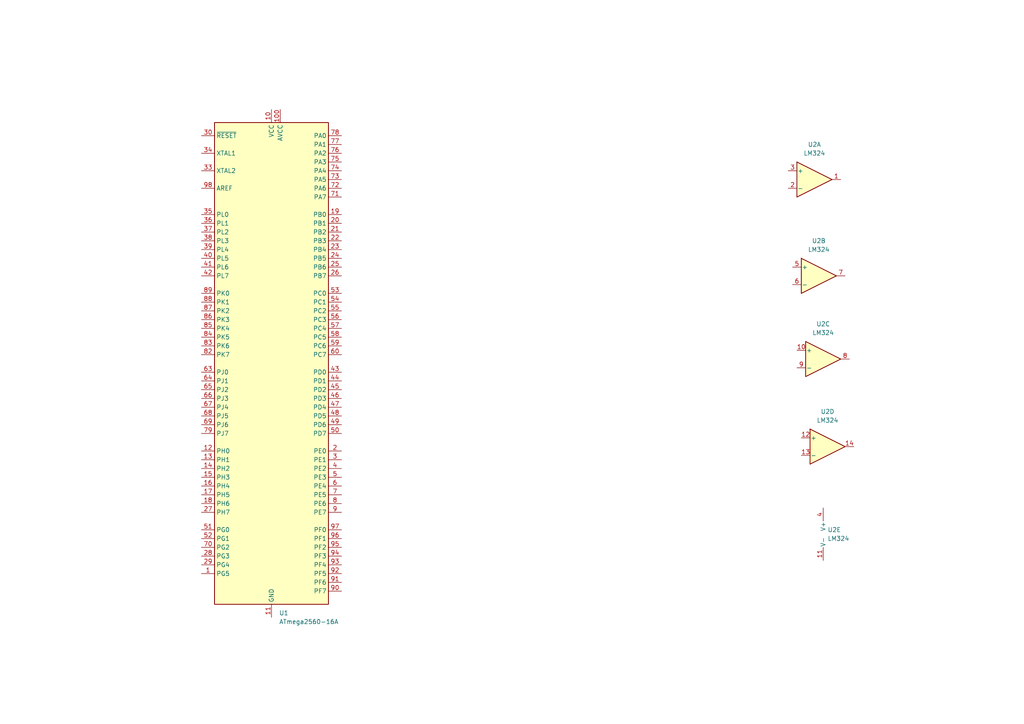
<source format=kicad_sch>
(kicad_sch (version 20230121) (generator eeschema)
  (paper "A4")
  (lib_symbols
    (symbol "Amplifier_Operational:LM324" (pin_names (offset 0.127))
      (property "Reference" "U" (at 0 5.08 0))
      (property "Value" "LM324" (at 0 -5.08 0))
      (symbol "LM324_1_1"
        (polyline (pts (xy -5.08 5.08) (xy 5.08 0) (xy -5.08 -5.08) (xy -5.08 5.08)) (stroke (width 0.254)) (fill (type background)))
        (pin output line (at 7.62 0 180) (length 2.54) (name "~") (number "1"))
        (pin input line (at -7.62 -2.54 0) (length 2.54) (name "-") (number "2"))
        (pin input line (at -7.62 2.54 0) (length 2.54) (name "+") (number "3"))
      )
      (symbol "LM324_2_1"
        (polyline (pts (xy -5.08 5.08) (xy 5.08 0) (xy -5.08 -5.08) (xy -5.08 5.08)) (stroke (width 0.254)) (fill (type background)))
        (pin input line (at -7.62 2.54 0) (length 2.54) (name "+") (number "5"))
        (pin input line (at -7.62 -2.54 0) (length 2.54) (name "-") (number "6"))
        (pin output line (at 7.62 0 180) (length 2.54) (name "~") (number "7"))
      )
      (symbol "LM324_3_1"
        (polyline (pts (xy -5.08 5.08) (xy 5.08 0) (xy -5.08 -5.08) (xy -5.08 5.08)) (stroke (width 0.254)) (fill (type background)))
        (pin input line (at -7.62 2.54 0) (length 2.54) (name "+") (number "10"))
        (pin output line (at 7.62 0 180) (length 2.54) (name "~") (number "8"))
        (pin input line (at -7.62 -2.54 0) (length 2.54) (name "-") (number "9"))
      )
      (symbol "LM324_4_1"
        (polyline (pts (xy -5.08 5.08) (xy 5.08 0) (xy -5.08 -5.08) (xy -5.08 5.08)) (stroke (width 0.254)) (fill (type background)))
        (pin input line (at -7.62 2.54 0) (length 2.54) (name "+") (number "12"))
        (pin input line (at -7.62 -2.54 0) (length 2.54) (name "-") (number "13"))
        (pin output line (at 7.62 0 180) (length 2.54) (name "~") (number "14"))
      )
      (symbol "LM324_5_1"
        (pin power_in line (at -2.54 -7.62 90) (length 3.81) (name "V-") (number "11"))
        (pin power_in line (at -2.54 7.62 270) (length 3.81) (name "V+") (number "4"))
      )
    )
    (symbol "MCU_Microchip_ATmega:ATmega2560-16A"
      (property "Reference" "U" (at 0 1.27 0))
      (property "Value" "ATmega2560-16A" (at 0 -1.27 0))
      (symbol "ATmega2560-16A_0_1"
        (rectangle (start -16.51 -69.85) (end 16.51 69.85) (stroke (width 0.254)) (fill (type background)))
      )
      (symbol "ATmega2560-16A_1_1"
        (pin bidirectional line (at -20.32 -60.96 0) (length 3.81) (name "PG5") (number "1"))
        (pin power_in line (at 0 73.66 270) (length 3.81) (name "VCC") (number "10"))
        (pin power_in line (at 2.54 73.66 270) (length 3.81) (name "AVCC") (number "100"))
        (pin power_in line (at 0 -73.66 90) (length 3.81) (name "GND") (number "11"))
        (pin bidirectional line (at -20.32 -25.4 0) (length 3.81) (name "PH0") (number "12"))
        (pin bidirectional line (at -20.32 -27.94 0) (length 3.81) (name "PH1") (number "13"))
        (pin bidirectional line (at -20.32 -30.48 0) (length 3.81) (name "PH2") (number "14"))
        (pin bidirectional line (at -20.32 -33.02 0) (length 3.81) (name "PH3") (number "15"))
        (pin bidirectional line (at -20.32 -35.56 0) (length 3.81) (name "PH4") (number "16"))
        (pin bidirectional line (at -20.32 -38.1 0) (length 3.81) (name "PH5") (number "17"))
        (pin bidirectional line (at -20.32 -40.64 0) (length 3.81) (name "PH6") (number "18"))
        (pin bidirectional line (at 20.32 43.18 180) (length 3.81) (name "PB0") (number "19"))
        (pin bidirectional line (at 20.32 -25.4 180) (length 3.81) (name "PE0") (number "2"))
        (pin bidirectional line (at 20.32 40.64 180) (length 3.81) (name "PB1") (number "20"))
        (pin bidirectional line (at 20.32 38.1 180) (length 3.81) (name "PB2") (number "21"))
        (pin bidirectional line (at 20.32 35.56 180) (length 3.81) (name "PB3") (number "22"))
        (pin bidirectional line (at 20.32 33.02 180) (length 3.81) (name "PB4") (number "23"))
        (pin bidirectional line (at 20.32 30.48 180) (length 3.81) (name "PB5") (number "24"))
        (pin bidirectional line (at 20.32 27.94 180) (length 3.81) (name "PB6") (number "25"))
        (pin bidirectional line (at 20.32 25.4 180) (length 3.81) (name "PB7") (number "26"))
        (pin bidirectional line (at -20.32 -43.18 0) (length 3.81) (name "PH7") (number "27"))
        (pin bidirectional line (at -20.32 -55.88 0) (length 3.81) (name "PG3") (number "28"))
        (pin bidirectional line (at -20.32 -58.42 0) (length 3.81) (name "PG4") (number "29"))
        (pin bidirectional line (at 20.32 -27.94 180) (length 3.81) (name "PE1") (number "3"))
        (pin input line (at -20.32 66.04 0) (length 3.81) (name "~{RESET}") (number "30"))
        (pin passive line (at 0 73.66 270) (length 3.81) hide (name "VCC") (number "31"))
        (pin passive line (at 0 -73.66 90) (length 3.81) hide (name "GND") (number "32"))
        (pin output line (at -20.32 55.88 0) (length 3.81) (name "XTAL2") (number "33"))
        (pin input line (at -20.32 60.96 0) (length 3.81) (name "XTAL1") (number "34"))
        (pin bidirectional line (at -20.32 43.18 0) (length 3.81) (name "PL0") (number "35"))
        (pin bidirectional line (at -20.32 40.64 0) (length 3.81) (name "PL1") (number "36"))
        (pin bidirectional line (at -20.32 38.1 0) (length 3.81) (name "PL2") (number "37"))
        (pin bidirectional line (at -20.32 35.56 0) (length 3.81) (name "PL3") (number "38"))
        (pin bidirectional line (at -20.32 33.02 0) (length 3.81) (name "PL4") (number "39"))
        (pin bidirectional line (at 20.32 -30.48 180) (length 3.81) (name "PE2") (number "4"))
        (pin bidirectional line (at -20.32 30.48 0) (length 3.81) (name "PL5") (number "40"))
        (pin bidirectional line (at -20.32 27.94 0) (length 3.81) (name "PL6") (number "41"))
        (pin bidirectional line (at -20.32 25.4 0) (length 3.81) (name "PL7") (number "42"))
        (pin bidirectional line (at 20.32 -2.54 180) (length 3.81) (name "PD0") (number "43"))
        (pin bidirectional line (at 20.32 -5.08 180) (length 3.81) (name "PD1") (number "44"))
        (pin bidirectional line (at 20.32 -7.62 180) (length 3.81) (name "PD2") (number "45"))
        (pin bidirectional line (at 20.32 -10.16 180) (length 3.81) (name "PD3") (number "46"))
        (pin bidirectional line (at 20.32 -12.7 180) (length 3.81) (name "PD4") (number "47"))
        (pin bidirectional line (at 20.32 -15.24 180) (length 3.81) (name "PD5") (number "48"))
        (pin bidirectional line (at 20.32 -17.78 180) (length 3.81) (name "PD6") (number "49"))
        (pin bidirectional line (at 20.32 -33.02 180) (length 3.81) (name "PE3") (number "5"))
        (pin bidirectional line (at 20.32 -20.32 180) (length 3.81) (name "PD7") (number "50"))
        (pin bidirectional line (at -20.32 -48.26 0) (length 3.81) (name "PG0") (number "51"))
        (pin bidirectional line (at -20.32 -50.8 0) (length 3.81) (name "PG1") (number "52"))
        (pin bidirectional line (at 20.32 20.32 180) (length 3.81) (name "PC0") (number "53"))
        (pin bidirectional line (at 20.32 17.78 180) (length 3.81) (name "PC1") (number "54"))
        (pin bidirectional line (at 20.32 15.24 180) (length 3.81) (name "PC2") (number "55"))
        (pin bidirectional line (at 20.32 12.7 180) (length 3.81) (name "PC3") (number "56"))
        (pin bidirectional line (at 20.32 10.16 180) (length 3.81) (name "PC4") (number "57"))
        (pin bidirectional line (at 20.32 7.62 180) (length 3.81) (name "PC5") (number "58"))
        (pin bidirectional line (at 20.32 5.08 180) (length 3.81) (name "PC6") (number "59"))
        (pin bidirectional line (at 20.32 -35.56 180) (length 3.81) (name "PE4") (number "6"))
        (pin bidirectional line (at 20.32 2.54 180) (length 3.81) (name "PC7") (number "60"))
        (pin passive line (at 0 73.66 270) (length 3.81) hide (name "VCC") (number "61"))
        (pin passive line (at 0 -73.66 90) (length 3.81) hide (name "GND") (number "62"))
        (pin bidirectional line (at -20.32 -2.54 0) (length 3.81) (name "PJ0") (number "63"))
        (pin bidirectional line (at -20.32 -5.08 0) (length 3.81) (name "PJ1") (number "64"))
        (pin bidirectional line (at -20.32 -7.62 0) (length 3.81) (name "PJ2") (number "65"))
        (pin bidirectional line (at -20.32 -10.16 0) (length 3.81) (name "PJ3") (number "66"))
        (pin bidirectional line (at -20.32 -12.7 0) (length 3.81) (name "PJ4") (number "67"))
        (pin bidirectional line (at -20.32 -15.24 0) (length 3.81) (name "PJ5") (number "68"))
        (pin bidirectional line (at -20.32 -17.78 0) (length 3.81) (name "PJ6") (number "69"))
        (pin bidirectional line (at 20.32 -38.1 180) (length 3.81) (name "PE5") (number "7"))
        (pin bidirectional line (at -20.32 -53.34 0) (length 3.81) (name "PG2") (number "70"))
        (pin bidirectional line (at 20.32 48.26 180) (length 3.81) (name "PA7") (number "71"))
        (pin bidirectional line (at 20.32 50.8 180) (length 3.81) (name "PA6") (number "72"))
        (pin bidirectional line (at 20.32 53.34 180) (length 3.81) (name "PA5") (number "73"))
        (pin bidirectional line (at 20.32 55.88 180) (length 3.81) (name "PA4") (number "74"))
        (pin bidirectional line (at 20.32 58.42 180) (length 3.81) (name "PA3") (number "75"))
        (pin bidirectional line (at 20.32 60.96 180) (length 3.81) (name "PA2") (number "76"))
        (pin bidirectional line (at 20.32 63.5 180) (length 3.81) (name "PA1") (number "77"))
        (pin bidirectional line (at 20.32 66.04 180) (length 3.81) (name "PA0") (number "78"))
        (pin bidirectional line (at -20.32 -20.32 0) (length 3.81) (name "PJ7") (number "79"))
        (pin bidirectional line (at 20.32 -40.64 180) (length 3.81) (name "PE6") (number "8"))
        (pin passive line (at 0 73.66 270) (length 3.81) hide (name "VCC") (number "80"))
        (pin passive line (at 0 -73.66 90) (length 3.81) hide (name "GND") (number "81"))
        (pin bidirectional line (at -20.32 2.54 0) (length 3.81) (name "PK7") (number "82"))
        (pin bidirectional line (at -20.32 5.08 0) (length 3.81) (name "PK6") (number "83"))
        (pin bidirectional line (at -20.32 7.62 0) (length 3.81) (name "PK5") (number "84"))
        (pin bidirectional line (at -20.32 10.16 0) (length 3.81) (name "PK4") (number "85"))
        (pin bidirectional line (at -20.32 12.7 0) (length 3.81) (name "PK3") (number "86"))
        (pin bidirectional line (at -20.32 15.24 0) (length 3.81) (name "PK2") (number "87"))
        (pin bidirectional line (at -20.32 17.78 0) (length 3.81) (name "PK1") (number "88"))
        (pin bidirectional line (at -20.32 20.32 0) (length 3.81) (name "PK0") (number "89"))
        (pin bidirectional line (at 20.32 -43.18 180) (length 3.81) (name "PE7") (number "9"))
        (pin bidirectional line (at 20.32 -66.04 180) (length 3.81) (name "PF7") (number "90"))
        (pin bidirectional line (at 20.32 -63.5 180) (length 3.81) (name "PF6") (number "91"))
        (pin bidirectional line (at 20.32 -60.96 180) (length 3.81) (name "PF5") (number "92"))
        (pin bidirectional line (at 20.32 -58.42 180) (length 3.81) (name "PF4") (number "93"))
        (pin bidirectional line (at 20.32 -55.88 180) (length 3.81) (name "PF3") (number "94"))
        (pin bidirectional line (at 20.32 -53.34 180) (length 3.81) (name "PF2") (number "95"))
        (pin bidirectional line (at 20.32 -50.8 180) (length 3.81) (name "PF1") (number "96"))
        (pin bidirectional line (at 20.32 -48.26 180) (length 3.81) (name "PF0") (number "97"))
        (pin passive line (at -20.32 50.8 0) (length 3.81) (name "AREF") (number "98"))
        (pin passive line (at 0 -73.66 90) (length 3.81) hide (name "GND") (number "99"))
      )
    )
  )
  (symbol (lib_id "Amplifier_Operational:LM324") (at 241.3 154.94 0) (unit 5)
    (property "Reference" "U2" (at 240.03 153.67 0) (effects (justify left)))
    (property "Value" "LM324" (at 240.03 156.21 0) (effects (justify left)))
    (property "Footprint" "Package_SO:TSSOP-14_4.4x5mm_P0.65mm" (effects hide))
    (property "Datasheet" "http://www.ti.com/lit/ds/symlink/lm2902-n.pdf" (effects hide))
  )
  (symbol (lib_id "Amplifier_Operational:LM324") (at 327.66 154.94 0) (unit 5)
    (property "Reference" "U3" (at 326.39 153.67 0) (effects (justify left)))
    (property "Value" "LM324" (at 326.39 156.21 0) (effects (justify left)))
    (property "Footprint" "Package_SO:TSSOP-14_4.4x5mm_P0.65mm" (effects hide))
    (property "Datasheet" "http://www.ti.com/lit/ds/symlink/lm2902-n.pdf" (effects hide))
  )
  (symbol (lib_id "Amplifier_Operational:LM324") (at 323.85 80.01 0) (unit 2)
    (property "Reference" "U3" (at 323.85 69.85 0))
    (property "Value" "LM324" (at 323.85 72.39 0))
    (property "Footprint" "Package_SO:TSSOP-14_4.4x5mm_P0.65mm" (effects hide))
    (property "Datasheet" "http://www.ti.com/lit/ds/symlink/lm2902-n.pdf" (effects hide))
  )
  (symbol (lib_id "Amplifier_Operational:LM324") (at 742.95 76.2 0) (unit 2)
    (property "Reference" "U7" (at 742.95 66.04 0))
    (property "Value" "LM324" (at 742.95 68.58 0))
    (property "Footprint" "Package_SO:TSSOP-14_4.4x5mm_P0.65mm" (effects hide))
    (property "Datasheet" "http://www.ti.com/lit/ds/symlink/lm2902-n.pdf" (effects hide))
  )
  (symbol (lib_id "Amplifier_Operational:LM324") (at 435.61 129.54 0) (unit 4)
    (property "Reference" "U4" (at 435.61 119.38 0))
    (property "Value" "LM324" (at 435.61 121.92 0))
    (property "Footprint" "Package_SO:TSSOP-14_4.4x5mm_P0.65mm" (effects hide))
    (property "Datasheet" "http://www.ti.com/lit/ds/symlink/lm2902-n.pdf" (effects hide))
  )
  (symbol (lib_id "Amplifier_Operational:LM324") (at 741.68 48.26 0) (unit 1)
    (property "Reference" "U7" (at 741.68 38.1 0))
    (property "Value" "LM324" (at 741.68 40.64 0))
    (property "Footprint" "Package_SO:TSSOP-14_4.4x5mm_P0.65mm" (effects hide))
    (property "Datasheet" "http://www.ti.com/lit/ds/symlink/lm2902-n.pdf" (effects hide))
  )
  (symbol (lib_id "Amplifier_Operational:LM324") (at 631.19 77.47 0) (unit 2)
    (property "Reference" "U6" (at 631.19 67.31 0))
    (property "Value" "LM324" (at 631.19 69.85 0))
    (property "Footprint" "Package_SO:TSSOP-14_4.4x5mm_P0.65mm" (effects hide))
    (property "Datasheet" "http://www.ti.com/lit/ds/symlink/lm2902-n.pdf" (effects hide))
  )
  (symbol (lib_id "Amplifier_Operational:LM324") (at 433.07 80.01 0) (unit 2)
    (property "Reference" "U4" (at 433.07 69.85 0))
    (property "Value" "LM324" (at 433.07 72.39 0))
    (property "Footprint" "Package_SO:TSSOP-14_4.4x5mm_P0.65mm" (effects hide))
    (property "Datasheet" "http://www.ti.com/lit/ds/symlink/lm2902-n.pdf" (effects hide))
  )
  (symbol (lib_id "Amplifier_Operational:LM324") (at 434.34 104.14 0) (unit 3)
    (property "Reference" "U4" (at 434.34 93.98 0))
    (property "Value" "LM324" (at 434.34 96.52 0))
    (property "Footprint" "Package_SO:TSSOP-14_4.4x5mm_P0.65mm" (effects hide))
    (property "Datasheet" "http://www.ti.com/lit/ds/symlink/lm2902-n.pdf" (effects hide))
  )
  (symbol (lib_id "Amplifier_Operational:LM324") (at 436.88 154.94 0) (unit 5)
    (property "Reference" "U4" (at 435.61 153.67 0) (effects (justify left)))
    (property "Value" "LM324" (at 435.61 156.21 0) (effects (justify left)))
    (property "Footprint" "Package_SO:TSSOP-14_4.4x5mm_P0.65mm" (effects hide))
    (property "Datasheet" "http://www.ti.com/lit/ds/symlink/lm2902-n.pdf" (effects hide))
  )
  (symbol (lib_id "Amplifier_Operational:LM324") (at 525.78 48.26 0) (unit 1)
    (property "Reference" "U5" (at 525.78 38.1 0))
    (property "Value" "LM324" (at 525.78 40.64 0))
    (property "Footprint" "Package_SO:TSSOP-14_4.4x5mm_P0.65mm" (effects hide))
    (property "Datasheet" "http://www.ti.com/lit/ds/symlink/lm2902-n.pdf" (effects hide))
  )
  (symbol (lib_id "Amplifier_Operational:LM324") (at 527.05 76.2 0) (unit 2)
    (property "Reference" "U5" (at 527.05 66.04 0))
    (property "Value" "LM324" (at 527.05 68.58 0))
    (property "Footprint" "Package_SO:TSSOP-14_4.4x5mm_P0.65mm" (effects hide))
    (property "Datasheet" "http://www.ti.com/lit/ds/symlink/lm2902-n.pdf" (effects hide))
  )
  (symbol (lib_id "Amplifier_Operational:LM324") (at 322.58 52.07 0) (unit 1)
    (property "Reference" "U3" (at 322.58 41.91 0))
    (property "Value" "LM324" (at 322.58 44.45 0))
    (property "Footprint" "Package_SO:TSSOP-14_4.4x5mm_P0.65mm" (effects hide))
    (property "Datasheet" "http://www.ti.com/lit/ds/symlink/lm2902-n.pdf" (effects hide))
  )
  (symbol (lib_id "Amplifier_Operational:LM324") (at 744.22 100.33 0) (unit 3)
    (property "Reference" "U7" (at 744.22 90.17 0))
    (property "Value" "LM324" (at 744.22 92.71 0))
    (property "Footprint" "Package_SO:TSSOP-14_4.4x5mm_P0.65mm" (effects hide))
    (property "Datasheet" "http://www.ti.com/lit/ds/symlink/lm2902-n.pdf" (effects hide))
  )
  (symbol (lib_id "Amplifier_Operational:LM324") (at 745.49 125.73 0) (unit 4)
    (property "Reference" "U7" (at 745.49 115.57 0))
    (property "Value" "LM324" (at 745.49 118.11 0))
    (property "Footprint" "Package_SO:TSSOP-14_4.4x5mm_P0.65mm" (effects hide))
    (property "Datasheet" "http://www.ti.com/lit/ds/symlink/lm2902-n.pdf" (effects hide))
  )
  (symbol (lib_id "Amplifier_Operational:LM324") (at 528.32 100.33 0) (unit 3)
    (property "Reference" "U5" (at 528.32 90.17 0))
    (property "Value" "LM324" (at 528.32 92.71 0))
    (property "Footprint" "Package_SO:TSSOP-14_4.4x5mm_P0.65mm" (effects hide))
    (property "Datasheet" "http://www.ti.com/lit/ds/symlink/lm2902-n.pdf" (effects hide))
  )
  (symbol (lib_id "Amplifier_Operational:LM324") (at 629.92 49.53 0) (unit 1)
    (property "Reference" "U6" (at 629.92 39.37 0))
    (property "Value" "LM324" (at 629.92 41.91 0))
    (property "Footprint" "Package_SO:TSSOP-14_4.4x5mm_P0.65mm" (effects hide))
    (property "Datasheet" "http://www.ti.com/lit/ds/symlink/lm2902-n.pdf" (effects hide))
  )
  (symbol (lib_id "Amplifier_Operational:LM324") (at 633.73 127 0) (unit 4)
    (property "Reference" "U6" (at 633.73 116.84 0))
    (property "Value" "LM324" (at 633.73 119.38 0))
    (property "Footprint" "Package_SO:TSSOP-14_4.4x5mm_P0.65mm" (effects hide))
    (property "Datasheet" "http://www.ti.com/lit/ds/symlink/lm2902-n.pdf" (effects hide))
  )
  (symbol (lib_id "Amplifier_Operational:LM324") (at 635 152.4 0) (unit 5)
    (property "Reference" "U6" (at 633.73 151.13 0) (effects (justify left)))
    (property "Value" "LM324" (at 633.73 153.67 0) (effects (justify left)))
    (property "Footprint" "Package_SO:TSSOP-14_4.4x5mm_P0.65mm" (effects hide))
    (property "Datasheet" "http://www.ti.com/lit/ds/symlink/lm2902-n.pdf" (effects hide))
  )
  (symbol (lib_id "Amplifier_Operational:LM324") (at 530.86 151.13 0) (unit 5)
    (property "Reference" "U5" (at 529.59 149.86 0) (effects (justify left)))
    (property "Value" "LM324" (at 529.59 152.4 0) (effects (justify left)))
    (property "Footprint" "Package_SO:TSSOP-14_4.4x5mm_P0.65mm" (effects hide))
    (property "Datasheet" "http://www.ti.com/lit/ds/symlink/lm2902-n.pdf" (effects hide))
  )
  (symbol (lib_id "Amplifier_Operational:LM324") (at 240.03 129.54 0) (unit 4)
    (property "Reference" "U2" (at 240.03 119.38 0))
    (property "Value" "LM324" (at 240.03 121.92 0))
    (property "Footprint" "Package_SO:TSSOP-14_4.4x5mm_P0.65mm" (effects hide))
    (property "Datasheet" "http://www.ti.com/lit/ds/symlink/lm2902-n.pdf" (effects hide))
  )
  (symbol (lib_id "Amplifier_Operational:LM324") (at 431.8 52.07 0) (unit 1)
    (property "Reference" "U4" (at 431.8 41.91 0))
    (property "Value" "LM324" (at 431.8 44.45 0))
    (property "Footprint" "Package_SO:TSSOP-14_4.4x5mm_P0.65mm" (effects hide))
    (property "Datasheet" "http://www.ti.com/lit/ds/symlink/lm2902-n.pdf" (effects hide))
  )
  (symbol (lib_id "Amplifier_Operational:LM324") (at 236.22 52.07 0) (unit 1)
    (property "Reference" "U2" (at 236.22 41.91 0))
    (property "Value" "LM324" (at 236.22 44.45 0))
    (property "Footprint" "Package_SO:TSSOP-14_4.4x5mm_P0.65mm" (effects hide))
    (property "Datasheet" "http://www.ti.com/lit/ds/symlink/lm2902-n.pdf" (effects hide))
  )
  (symbol (lib_id "Amplifier_Operational:LM324") (at 746.76 151.13 0) (unit 5)
    (property "Reference" "U7" (at 745.49 149.86 0) (effects (justify left)))
    (property "Value" "LM324" (at 745.49 152.4 0) (effects (justify left)))
    (property "Footprint" "Package_SO:TSSOP-14_4.4x5mm_P0.65mm" (effects hide))
    (property "Datasheet" "http://www.ti.com/lit/ds/symlink/lm2902-n.pdf" (effects hide))
  )
  (symbol (lib_id "Amplifier_Operational:LM324") (at 632.46 101.6 0) (unit 3)
    (property "Reference" "U6" (at 632.46 91.44 0))
    (property "Value" "LM324" (at 632.46 93.98 0))
    (property "Footprint" "Package_SO:TSSOP-14_4.4x5mm_P0.65mm" (effects hide))
    (property "Datasheet" "http://www.ti.com/lit/ds/symlink/lm2902-n.pdf" (effects hide))
  )
  (symbol (lib_id "Amplifier_Operational:LM324") (at 529.59 125.73 0) (unit 4)
    (property "Reference" "U5" (at 529.59 115.57 0))
    (property "Value" "LM324" (at 529.59 118.11 0))
    (property "Footprint" "Package_SO:TSSOP-14_4.4x5mm_P0.65mm" (effects hide))
    (property "Datasheet" "http://www.ti.com/lit/ds/symlink/lm2902-n.pdf" (effects hide))
  )
  (symbol (lib_id "Amplifier_Operational:LM324") (at 326.39 129.54 0) (unit 4)
    (property "Reference" "U3" (at 326.39 119.38 0))
    (property "Value" "LM324" (at 326.39 121.92 0))
    (property "Footprint" "Package_SO:TSSOP-14_4.4x5mm_P0.65mm" (effects hide))
    (property "Datasheet" "http://www.ti.com/lit/ds/symlink/lm2902-n.pdf" (effects hide))
  )
  (symbol (lib_id "MCU_Microchip_ATmega:ATmega2560-16A") (at 78.74 105.41 0) (unit 1)
    (property "Reference" "U1" (at 80.9341 177.8 0) (effects (justify left)))
    (property "Value" "ATmega2560-16A" (at 80.9341 180.34 0) (effects (justify left)))
    (property "Footprint" "Package_QFP:TQFP-100_14x14mm_P0.5mm" (effects hide))
    (property "Datasheet" "http://ww1.microchip.com/downloads/en/DeviceDoc/Atmel-2549-8-bit-AVR-Microcontroller-ATmega640-1280-1281-2560-2561_datasheet.pdf" (effects hide))
  )
  (symbol (lib_id "Amplifier_Operational:LM324") (at 237.49 80.01 0) (unit 2)
    (property "Reference" "U2" (at 237.49 69.85 0))
    (property "Value" "LM324" (at 237.49 72.39 0))
    (property "Footprint" "Package_SO:TSSOP-14_4.4x5mm_P0.65mm" (effects hide))
    (property "Datasheet" "http://www.ti.com/lit/ds/symlink/lm2902-n.pdf" (effects hide))
  )
  (symbol (lib_id "Amplifier_Operational:LM324") (at 238.76 104.14 0) (unit 3)
    (property "Reference" "U2" (at 238.76 93.98 0))
    (property "Value" "LM324" (at 238.76 96.52 0))
    (property "Footprint" "Package_SO:TSSOP-14_4.4x5mm_P0.65mm" (effects hide))
    (property "Datasheet" "http://www.ti.com/lit/ds/symlink/lm2902-n.pdf" (effects hide))
  )
  (symbol (lib_id "Amplifier_Operational:LM324") (at 325.12 104.14 0) (unit 3)
    (property "Reference" "U3" (at 325.12 93.98 0))
    (property "Value" "LM324" (at 325.12 96.52 0))
    (property "Footprint" "Package_SO:TSSOP-14_4.4x5mm_P0.65mm" (effects hide))
    (property "Datasheet" "http://www.ti.com/lit/ds/symlink/lm2902-n.pdf" (effects hide))
  )
)
</source>
